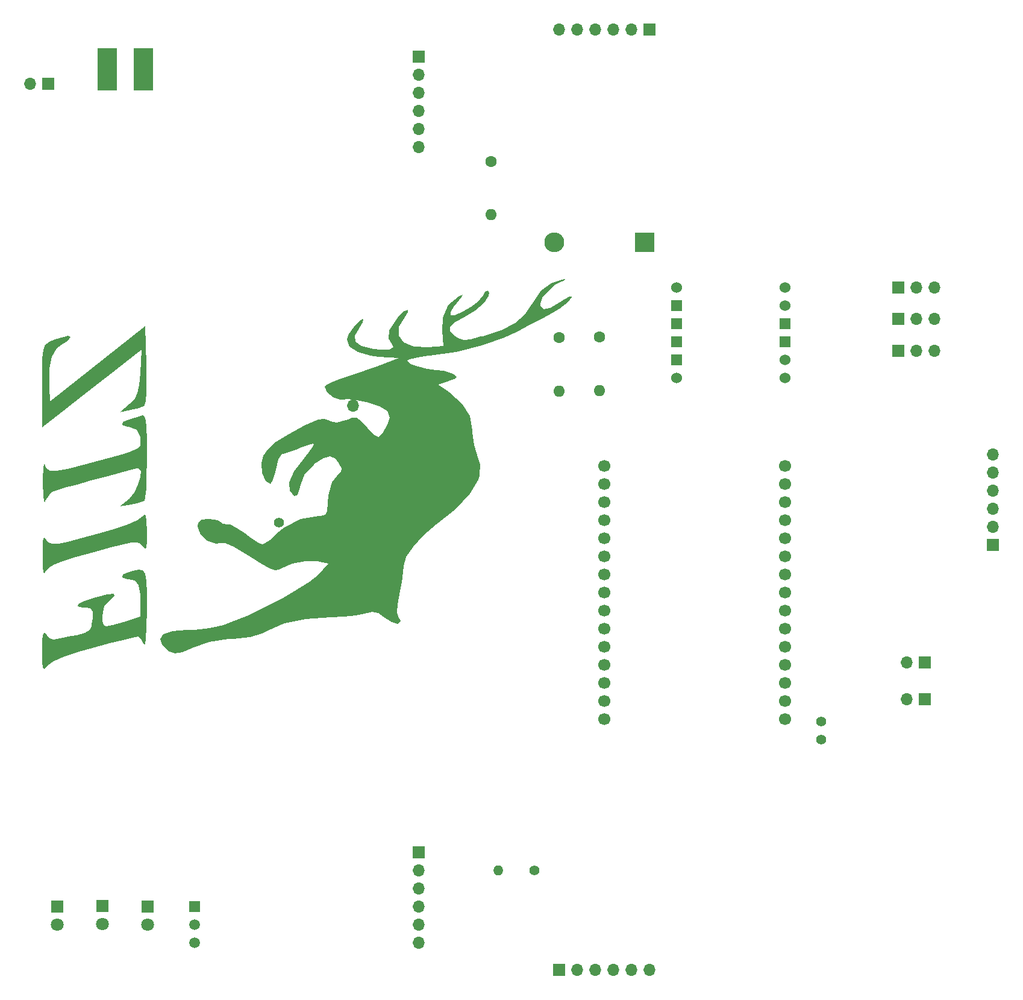
<source format=gbr>
%TF.GenerationSoftware,KiCad,Pcbnew,6.0.2+dfsg-1*%
%TF.CreationDate,2025-04-12T20:02:49+02:00*%
%TF.ProjectId,Placa base v1.0,506c6163-6120-4626-9173-652076312e30,rev?*%
%TF.SameCoordinates,Original*%
%TF.FileFunction,Soldermask,Bot*%
%TF.FilePolarity,Negative*%
%FSLAX46Y46*%
G04 Gerber Fmt 4.6, Leading zero omitted, Abs format (unit mm)*
G04 Created by KiCad (PCBNEW 6.0.2+dfsg-1) date 2025-04-12 20:02:49*
%MOMM*%
%LPD*%
G01*
G04 APERTURE LIST*
%ADD10C,1.400000*%
%ADD11R,2.700000X6.000000*%
%ADD12R,1.700000X1.700000*%
%ADD13O,1.700000X1.700000*%
%ADD14R,1.500000X1.500000*%
%ADD15C,1.500000*%
%ADD16C,1.524000*%
%ADD17R,1.524000X1.524000*%
%ADD18C,1.700000*%
%ADD19C,1.600000*%
%ADD20O,1.600000X1.600000*%
%ADD21R,1.800000X1.800000*%
%ADD22C,1.800000*%
%ADD23R,2.800000X2.800000*%
%ADD24O,2.800000X2.800000*%
%ADD25O,1.400000X1.400000*%
G04 APERTURE END LIST*
%TO.C,G\u002A\u002A\u002A*%
G36*
X117709129Y-73234015D02*
G01*
X117411897Y-73392631D01*
X117208658Y-73424282D01*
X116316474Y-73917047D01*
X115323419Y-74790000D01*
X114516853Y-75761909D01*
X114184140Y-76551542D01*
X114208168Y-76844911D01*
X114613631Y-77338869D01*
X115541149Y-77158895D01*
X117018447Y-76302552D01*
X117502511Y-75990675D01*
X118317961Y-75567184D01*
X118640280Y-75565066D01*
X118630344Y-75651845D01*
X118123638Y-76362418D01*
X116961443Y-77247676D01*
X115298175Y-78186500D01*
X114354854Y-78668355D01*
X112681739Y-79554691D01*
X111006746Y-80470271D01*
X109174769Y-81349287D01*
X105980237Y-82465630D01*
X102376403Y-83338242D01*
X98643316Y-83889671D01*
X98466200Y-83907657D01*
X96949115Y-84110111D01*
X95875638Y-84338575D01*
X95468350Y-84546968D01*
X95482604Y-84612987D01*
X96003479Y-85019318D01*
X97057139Y-85428028D01*
X98346547Y-85743427D01*
X99574668Y-85869824D01*
X100652774Y-85994968D01*
X101843455Y-86388495D01*
X101994972Y-86470196D01*
X102470312Y-86801137D01*
X102274265Y-87056924D01*
X101317940Y-87410414D01*
X99823279Y-87913662D01*
X101322130Y-88943797D01*
X101449413Y-89032186D01*
X103256344Y-90610546D01*
X104280398Y-92323285D01*
X104623245Y-94336491D01*
X104640440Y-94720444D01*
X104898110Y-96412256D01*
X105356610Y-97865930D01*
X105774071Y-99138938D01*
X105683310Y-100694206D01*
X105479589Y-101276333D01*
X104293372Y-103282739D01*
X102401992Y-105341949D01*
X99924491Y-107317059D01*
X99545162Y-107587917D01*
X97796983Y-109071707D01*
X96357543Y-110667112D01*
X95378984Y-112184611D01*
X95013450Y-113434679D01*
X94948285Y-114247156D01*
X94731473Y-115737653D01*
X94416820Y-117415088D01*
X94180290Y-118795212D01*
X94095237Y-119928444D01*
X94203300Y-120449281D01*
X94257691Y-120487356D01*
X94577122Y-121099632D01*
X94563729Y-121223220D01*
X94141447Y-121508769D01*
X93268193Y-121272138D01*
X92136544Y-120556207D01*
X91426005Y-120056028D01*
X90579940Y-119830986D01*
X89482531Y-120110593D01*
X89473104Y-120113976D01*
X88296613Y-120374408D01*
X86598124Y-120562814D01*
X84741976Y-120638612D01*
X81177349Y-120843405D01*
X78252817Y-121458339D01*
X75931627Y-122504433D01*
X75101943Y-122921846D01*
X73386626Y-123386709D01*
X71016572Y-123636304D01*
X70403506Y-123678277D01*
X67620503Y-124106328D01*
X65260960Y-124943597D01*
X63963215Y-125493190D01*
X62791440Y-125707364D01*
X61904249Y-125358575D01*
X61051490Y-124415438D01*
X60759217Y-123623264D01*
X61229884Y-122964794D01*
X62492276Y-122552697D01*
X64506418Y-122410175D01*
X65618442Y-122364537D01*
X67765016Y-122106566D01*
X69653260Y-121696813D01*
X70973757Y-121244893D01*
X73133322Y-120342635D01*
X75505727Y-119214334D01*
X77882522Y-117970428D01*
X80055258Y-116721358D01*
X81815488Y-115577562D01*
X82954762Y-114649480D01*
X84455384Y-113101231D01*
X83274727Y-112804906D01*
X82969229Y-112743214D01*
X81230525Y-112722129D01*
X79344514Y-113078760D01*
X77808454Y-113729041D01*
X77437474Y-113929341D01*
X76901273Y-114000669D01*
X76181051Y-113766176D01*
X75094460Y-113157893D01*
X73459149Y-112107847D01*
X72859866Y-111720040D01*
X71123636Y-110697345D01*
X69923276Y-110194968D01*
X69150736Y-110164164D01*
X68595637Y-110241429D01*
X67403650Y-109889375D01*
X66448758Y-109035568D01*
X66057824Y-107917446D01*
X66124930Y-107288523D01*
X66547323Y-106900866D01*
X67591174Y-106813684D01*
X67724606Y-106815454D01*
X68812307Y-106967456D01*
X69418705Y-107289677D01*
X69572850Y-107455232D01*
X70263444Y-107554401D01*
X70639260Y-107595562D01*
X71575143Y-108054802D01*
X72731959Y-108860864D01*
X73522206Y-109455909D01*
X74534318Y-110120206D01*
X75125432Y-110378596D01*
X75367510Y-110296019D01*
X76165739Y-109755693D01*
X77179387Y-108878003D01*
X78197402Y-108032140D01*
X80558122Y-106798352D01*
X83057653Y-106368070D01*
X83322813Y-106365060D01*
X83999362Y-106231053D01*
X84275368Y-105712364D01*
X84328000Y-104556318D01*
X84390897Y-103533038D01*
X84932410Y-101643175D01*
X85968881Y-100352084D01*
X86160039Y-100191354D01*
X86312374Y-99702686D01*
X85870825Y-98903839D01*
X85403861Y-98335559D01*
X84675556Y-97969591D01*
X83751493Y-98228908D01*
X82425719Y-99126842D01*
X82352558Y-99183434D01*
X81107480Y-100484926D01*
X80532337Y-102023333D01*
X80472974Y-102333980D01*
X80101857Y-103419026D01*
X79626044Y-103620720D01*
X79047243Y-102938012D01*
X79016982Y-102881275D01*
X78888942Y-101677457D01*
X79561151Y-100131205D01*
X81039170Y-98229369D01*
X81634704Y-97535360D01*
X82252362Y-96691629D01*
X82405542Y-96276022D01*
X82300893Y-96247193D01*
X81583713Y-96392976D01*
X80477041Y-96802172D01*
X80118510Y-96952008D01*
X78908001Y-97410055D01*
X78089403Y-97649974D01*
X77941576Y-97707516D01*
X77433381Y-98431606D01*
X77038565Y-99837136D01*
X76895614Y-100511311D01*
X76586942Y-101516433D01*
X76313304Y-101911929D01*
X76253479Y-101909307D01*
X75572776Y-101452380D01*
X75136973Y-100383543D01*
X75052755Y-98953204D01*
X75055246Y-98924371D01*
X75301653Y-97897893D01*
X75920108Y-96956410D01*
X77025905Y-95999608D01*
X78734339Y-94927171D01*
X81160703Y-93638784D01*
X81764019Y-93339840D01*
X82984736Y-92828478D01*
X83787049Y-92716764D01*
X84418261Y-92952603D01*
X84718387Y-93113796D01*
X85599316Y-93244692D01*
X86857534Y-92910531D01*
X87652987Y-92646160D01*
X88357637Y-92611362D01*
X88997698Y-93027629D01*
X89892139Y-94010589D01*
X90807255Y-94977783D01*
X91460266Y-95264873D01*
X92036412Y-94802574D01*
X92751219Y-93556666D01*
X93057051Y-92591162D01*
X92746741Y-91671948D01*
X91653955Y-90951065D01*
X89726520Y-90373611D01*
X88448420Y-90134278D01*
X87120331Y-89991028D01*
X86338622Y-90039440D01*
X85990357Y-90077409D01*
X85076277Y-89738277D01*
X84245112Y-89052872D01*
X83882386Y-88294999D01*
X84082010Y-88035066D01*
X84931693Y-87566422D01*
X86221859Y-87095899D01*
X87497736Y-86690198D01*
X89505842Y-86002817D01*
X91429888Y-85299707D01*
X94298443Y-84206560D01*
X91557990Y-84008334D01*
X90387495Y-83868341D01*
X88592990Y-83361246D01*
X87421136Y-82591706D01*
X87001684Y-81627521D01*
X87003909Y-81581676D01*
X87311956Y-80822976D01*
X87962800Y-79881115D01*
X88702081Y-79079115D01*
X89275437Y-78740000D01*
X89338729Y-78764039D01*
X89251283Y-79215530D01*
X88727454Y-80058210D01*
X88166286Y-81063460D01*
X88231046Y-81934685D01*
X89096935Y-82546299D01*
X90802453Y-82951997D01*
X91766334Y-83060803D01*
X92989136Y-83023033D01*
X93522710Y-82715287D01*
X93279108Y-82165494D01*
X92874061Y-81492504D01*
X92992784Y-80271648D01*
X93948314Y-78774189D01*
X94356742Y-78317385D01*
X95124956Y-77630764D01*
X95583637Y-77429868D01*
X95603454Y-77737707D01*
X95055079Y-78577287D01*
X94338658Y-79841046D01*
X94290977Y-81071579D01*
X95001002Y-82004091D01*
X96404613Y-82561098D01*
X98437694Y-82665113D01*
X100592912Y-82527719D01*
X100442828Y-80391868D01*
X100528823Y-78542849D01*
X101261925Y-76787129D01*
X102694241Y-75569289D01*
X102904581Y-75459460D01*
X103289294Y-75328710D01*
X103137755Y-75654066D01*
X102420694Y-76539328D01*
X102067458Y-76991001D01*
X101597596Y-77801347D01*
X101622920Y-78192108D01*
X102213119Y-78155851D01*
X103314372Y-77722540D01*
X104526638Y-77027774D01*
X105539646Y-76254507D01*
X106043126Y-75585691D01*
X106051341Y-75555475D01*
X106411994Y-74917908D01*
X106844596Y-74708519D01*
X107054315Y-75075935D01*
X106980596Y-75444797D01*
X106311245Y-76454482D01*
X105112758Y-77516302D01*
X103591607Y-78430248D01*
X102288500Y-79131870D01*
X101509496Y-79833745D01*
X101515937Y-80480356D01*
X102265101Y-81159604D01*
X102741386Y-81437854D01*
X103436941Y-81626043D01*
X104379695Y-81542617D01*
X105871272Y-81190128D01*
X106133055Y-81121066D01*
X108741415Y-80288975D01*
X110644603Y-79332800D01*
X112013984Y-78142739D01*
X113020920Y-76608992D01*
X113093348Y-76468309D01*
X114274622Y-74759926D01*
X115753708Y-73700451D01*
X116150891Y-73521090D01*
X117142760Y-73173132D01*
X117655684Y-73150725D01*
X117709129Y-73234015D01*
G37*
G36*
X58793185Y-106306322D02*
G01*
X58885575Y-107058711D01*
X58913828Y-108569906D01*
X58903583Y-110012972D01*
X58826484Y-110803818D01*
X58643595Y-110957326D01*
X58316592Y-110604014D01*
X58214384Y-110469671D01*
X57922492Y-110205155D01*
X57487451Y-110088873D01*
X56766120Y-110138790D01*
X55615362Y-110372868D01*
X53892035Y-110809071D01*
X51453000Y-111465361D01*
X48953172Y-112165552D01*
X47088374Y-112749533D01*
X45848187Y-113235480D01*
X45107682Y-113672624D01*
X44741935Y-114110201D01*
X44567189Y-114396129D01*
X44393115Y-114305894D01*
X44299932Y-113518867D01*
X44266446Y-111938245D01*
X44267642Y-111161518D01*
X44322299Y-109897540D01*
X44462572Y-109404393D01*
X44704044Y-109598771D01*
X44816893Y-109779571D01*
X45152593Y-110124569D01*
X45663089Y-110287463D01*
X46484454Y-110254479D01*
X47752760Y-110011840D01*
X49604079Y-109545772D01*
X52174485Y-108842498D01*
X53921617Y-108333437D01*
X56068035Y-107618464D01*
X57559845Y-106995725D01*
X58287506Y-106507069D01*
X58596549Y-106180643D01*
X58793185Y-106306322D01*
G37*
G36*
X58634793Y-92391107D02*
G01*
X58786716Y-92917338D01*
X58875716Y-93950586D01*
X58917556Y-95618877D01*
X58928000Y-98050236D01*
X58926330Y-98654756D01*
X58891504Y-100806703D01*
X58818426Y-102575030D01*
X58716164Y-103790557D01*
X58593789Y-104284105D01*
X58550593Y-104306160D01*
X57832867Y-104526892D01*
X56699929Y-104776012D01*
X55140280Y-105071216D01*
X56380254Y-104020261D01*
X56450579Y-103957884D01*
X57118229Y-103097177D01*
X57664619Y-101984257D01*
X58008212Y-100874872D01*
X58067473Y-100024775D01*
X57760866Y-99689718D01*
X57512454Y-99726130D01*
X56505047Y-99954579D01*
X54957100Y-100345656D01*
X53069151Y-100844463D01*
X51041738Y-101396101D01*
X49075398Y-101945672D01*
X47370668Y-102438278D01*
X46128087Y-102819021D01*
X45548192Y-103033002D01*
X45176291Y-103404849D01*
X44665369Y-104297002D01*
X44602667Y-104428895D01*
X44425989Y-104375141D01*
X44329762Y-103467583D01*
X44311667Y-101689122D01*
X44320955Y-101049333D01*
X44370270Y-99747986D01*
X44446420Y-99061014D01*
X44537221Y-99126842D01*
X44772752Y-99721714D01*
X45304832Y-100043657D01*
X46265718Y-100066033D01*
X47793101Y-99791217D01*
X50024675Y-99221588D01*
X50967014Y-98964748D01*
X53532830Y-98259345D01*
X55388316Y-97728370D01*
X56648500Y-97327624D01*
X57428410Y-97012908D01*
X57843074Y-96740022D01*
X58007518Y-96464768D01*
X58036771Y-96142944D01*
X57969477Y-95302151D01*
X57457169Y-94240470D01*
X56429447Y-93890877D01*
X56143531Y-93879395D01*
X55450894Y-93636600D01*
X55548667Y-93222095D01*
X56435724Y-92827050D01*
X57219250Y-92611557D01*
X58218181Y-92285452D01*
X58404182Y-92243872D01*
X58634793Y-92391107D01*
G37*
G36*
X58830912Y-85109390D02*
G01*
X58831075Y-85116351D01*
X58851103Y-87226248D01*
X58813130Y-89008179D01*
X58724906Y-90274616D01*
X58594180Y-90838030D01*
X58554327Y-90872656D01*
X57824925Y-91204928D01*
X56686004Y-91508306D01*
X55140280Y-91816129D01*
X56459520Y-90679156D01*
X56554606Y-90596505D01*
X57218173Y-89916888D01*
X57612389Y-89153482D01*
X57829570Y-88037150D01*
X57962030Y-86298758D01*
X58145300Y-83055332D01*
X54637527Y-85785929D01*
X54186051Y-86137536D01*
X52027145Y-87821819D01*
X49714231Y-89629889D01*
X47676245Y-91226510D01*
X44222736Y-93936496D01*
X44222736Y-88109674D01*
X44218936Y-86030604D01*
X44244161Y-84266945D01*
X44367471Y-83100170D01*
X44658319Y-82371201D01*
X45186159Y-81920960D01*
X46020445Y-81590369D01*
X47230631Y-81220351D01*
X47853223Y-81087380D01*
X48198958Y-81244292D01*
X47877078Y-81716353D01*
X46920589Y-82380102D01*
X46275009Y-82858271D01*
X45524164Y-84030120D01*
X45177692Y-85767085D01*
X45196451Y-88201322D01*
X45336771Y-90307631D01*
X58705193Y-79743201D01*
X58830912Y-85109390D01*
G37*
G36*
X58340380Y-114014543D02*
G01*
X58682837Y-114513409D01*
X58851514Y-115532299D01*
X58904467Y-117194946D01*
X58899754Y-119625087D01*
X58863633Y-122047405D01*
X58780542Y-123653369D01*
X58649313Y-124400345D01*
X58468499Y-124304035D01*
X58122605Y-123664506D01*
X57681475Y-123301403D01*
X57627242Y-123307177D01*
X56908573Y-123465230D01*
X55540229Y-123807041D01*
X53693562Y-124288925D01*
X51539923Y-124867196D01*
X49682085Y-125392283D01*
X47343974Y-126147482D01*
X45801667Y-126799161D01*
X45002561Y-127367440D01*
X44810345Y-127593365D01*
X44478268Y-127879063D01*
X44302973Y-127676827D01*
X44234463Y-126852235D01*
X44222736Y-125270863D01*
X44222778Y-125159136D01*
X44244082Y-123640476D01*
X44329458Y-122875041D01*
X44515603Y-122732598D01*
X44839210Y-123082912D01*
X44906273Y-123173263D01*
X45298367Y-123570573D01*
X45833099Y-123710808D01*
X46751030Y-123607208D01*
X48292718Y-123273015D01*
X48990918Y-123110888D01*
X50225938Y-122773592D01*
X50879756Y-122408929D01*
X51158440Y-121856388D01*
X51268057Y-120955459D01*
X51276547Y-120851274D01*
X51291844Y-119812420D01*
X51006594Y-119378271D01*
X50265425Y-119290877D01*
X49906964Y-119281064D01*
X49205891Y-119111373D01*
X49298011Y-118772357D01*
X50132646Y-118318129D01*
X51659115Y-117802800D01*
X51711270Y-117788005D01*
X53383508Y-117379867D01*
X54277010Y-117316678D01*
X54376111Y-117595242D01*
X53665150Y-118212359D01*
X52965170Y-119004476D01*
X52689403Y-120430180D01*
X52691102Y-121150481D01*
X52796969Y-121706855D01*
X53195279Y-121875390D01*
X54075904Y-121709979D01*
X55628715Y-121264520D01*
X58036771Y-120564479D01*
X58036771Y-118627281D01*
X58004761Y-117462419D01*
X57780266Y-116149890D01*
X57279237Y-115472668D01*
X56429447Y-115280350D01*
X56236278Y-115275187D01*
X55476113Y-115049223D01*
X55515256Y-114632608D01*
X56365719Y-114224373D01*
X56901899Y-114081943D01*
X57766087Y-113911966D01*
X58340380Y-114014543D01*
G37*
%TD*%
D10*
%TO.C,JP1*%
X77470000Y-109855000D03*
X77470000Y-107315000D03*
%TD*%
D11*
%TO.C,SW1*%
X53340000Y-43688000D03*
X58420000Y-43688000D03*
%TD*%
D12*
%TO.C,J1*%
X97155000Y-153670000D03*
D13*
X97155000Y-156210000D03*
X97155000Y-158750000D03*
X97155000Y-161290000D03*
X97155000Y-163830000D03*
X97155000Y-166370000D03*
%TD*%
D12*
%TO.C,J9*%
X164480000Y-74295000D03*
D13*
X167020000Y-74295000D03*
X169560000Y-74295000D03*
%TD*%
D12*
%TO.C,J7*%
X164480000Y-83185000D03*
D13*
X167020000Y-83185000D03*
X169560000Y-83185000D03*
%TD*%
D14*
%TO.C,Q2*%
X65590000Y-161280000D03*
D15*
X65590000Y-163820000D03*
X65590000Y-166360000D03*
%TD*%
D16*
%TO.C,U2*%
X133350000Y-74295000D03*
D17*
X133350000Y-76835000D03*
X133350000Y-79375000D03*
X133350000Y-81915000D03*
X133350000Y-84455000D03*
D16*
X133350000Y-86995000D03*
X148590000Y-86995000D03*
X148590000Y-84455000D03*
D17*
X148590000Y-81915000D03*
X148590000Y-79375000D03*
D16*
X148590000Y-76835000D03*
X148590000Y-74295000D03*
%TD*%
D18*
%TO.C,U4*%
X123190000Y-99360000D03*
X123190000Y-101900000D03*
X123190000Y-104440000D03*
X123190000Y-106980000D03*
X123190000Y-109520000D03*
X123190000Y-112060000D03*
X123190000Y-114600000D03*
X123190000Y-117140000D03*
X123190000Y-119680000D03*
X123190000Y-122220000D03*
X123190000Y-124760000D03*
X123190000Y-127300000D03*
X123190000Y-129840000D03*
X123190000Y-132380000D03*
X123190000Y-134920000D03*
X148590000Y-134920000D03*
X148590000Y-132380000D03*
X148590000Y-129840000D03*
X148590000Y-127300000D03*
X148590000Y-124760000D03*
X148590000Y-122220000D03*
X148590000Y-119680000D03*
X148590000Y-117140000D03*
X148590000Y-114600000D03*
X148590000Y-112060000D03*
X148590000Y-109520000D03*
X148590000Y-106980000D03*
X148590000Y-104440000D03*
X148590000Y-101900000D03*
X148590000Y-99360000D03*
%TD*%
D12*
%TO.C,J_Batt1*%
X45090000Y-45720000D03*
D13*
X42550000Y-45720000D03*
%TD*%
D10*
%TO.C,JP2*%
X153670000Y-135275000D03*
X153670000Y-137815000D03*
%TD*%
D12*
%TO.C,J8*%
X164480000Y-78740000D03*
D13*
X167020000Y-78740000D03*
X169560000Y-78740000D03*
%TD*%
D19*
%TO.C,C4*%
X122555000Y-81280000D03*
D20*
X122555000Y-88780000D03*
%TD*%
D12*
%TO.C,J_I2C_2*%
X168255000Y-127000000D03*
D13*
X165715000Y-127000000D03*
%TD*%
D12*
%TO.C,J4*%
X129540000Y-38100000D03*
D13*
X127000000Y-38100000D03*
X124460000Y-38100000D03*
X121920000Y-38100000D03*
X119380000Y-38100000D03*
X116840000Y-38100000D03*
%TD*%
D21*
%TO.C,D2*%
X52705000Y-161158000D03*
D22*
X52705000Y-163698000D03*
%TD*%
D23*
%TO.C,Bat49*%
X128905000Y-67945000D03*
D24*
X116205000Y-67945000D03*
%TD*%
D21*
%TO.C,D3*%
X59055000Y-161285000D03*
D22*
X59055000Y-163825000D03*
%TD*%
D10*
%TO.C,R0*%
X113361000Y-156210000D03*
D25*
X108281000Y-156210000D03*
%TD*%
D12*
%TO.C,J_I2C_1*%
X168255000Y-132105000D03*
D13*
X165715000Y-132105000D03*
%TD*%
D19*
%TO.C,C2*%
X107315000Y-56575000D03*
D20*
X107315000Y-64075000D03*
%TD*%
D12*
%TO.C,J2*%
X97155000Y-41910000D03*
D13*
X97155000Y-44450000D03*
X97155000Y-46990000D03*
X97155000Y-49530000D03*
X97155000Y-52070000D03*
X97155000Y-54610000D03*
%TD*%
D12*
%TO.C,J_DC-DC1*%
X87884000Y-88392000D03*
D13*
X87884000Y-90932000D03*
X87884000Y-93472000D03*
X87884000Y-96012000D03*
X87884000Y-98552000D03*
%TD*%
D12*
%TO.C,J6*%
X116840000Y-170180000D03*
D13*
X119380000Y-170180000D03*
X121920000Y-170180000D03*
X124460000Y-170180000D03*
X127000000Y-170180000D03*
X129540000Y-170180000D03*
%TD*%
D19*
%TO.C,C3*%
X116840000Y-81340000D03*
D20*
X116840000Y-88840000D03*
%TD*%
D12*
%TO.C,J5*%
X177800000Y-110490000D03*
D13*
X177800000Y-107950000D03*
X177800000Y-105410000D03*
X177800000Y-102870000D03*
X177800000Y-100330000D03*
X177800000Y-97790000D03*
%TD*%
D21*
%TO.C,D1*%
X46355000Y-161290000D03*
D22*
X46355000Y-163830000D03*
%TD*%
M02*

</source>
